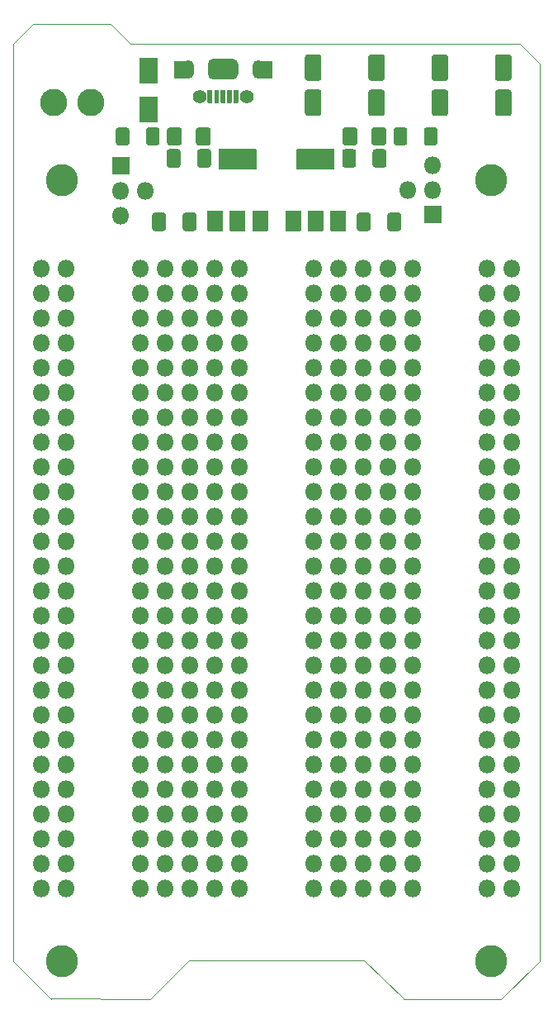
<source format=gbr>
%TF.GenerationSoftware,KiCad,Pcbnew,(5.1.7)-1*%
%TF.CreationDate,2021-03-20T22:52:39+01:00*%
%TF.ProjectId,MicroBBPS,4d696372-6f42-4425-9053-2e6b69636164,rev?*%
%TF.SameCoordinates,Original*%
%TF.FileFunction,Soldermask,Top*%
%TF.FilePolarity,Negative*%
%FSLAX46Y46*%
G04 Gerber Fmt 4.6, Leading zero omitted, Abs format (unit mm)*
G04 Created by KiCad (PCBNEW (5.1.7)-1) date 2021-03-20 22:52:39*
%MOMM*%
%LPD*%
G01*
G04 APERTURE LIST*
%TA.AperFunction,Profile*%
%ADD10C,0.050000*%
%TD*%
%ADD11C,0.120000*%
%ADD12C,0.100000*%
%ADD13O,1.800000X1.800000*%
%ADD14C,3.300000*%
%ADD15C,2.800000*%
%ADD16O,1.200000X1.900000*%
%ADD17C,1.390000*%
G04 APERTURE END LIST*
D10*
X12000000Y-2000000D02*
X10000000Y0D01*
X0Y-2000000D02*
X2000000Y0D01*
X0Y-96000000D02*
X0Y-2000000D01*
X3900000Y-99900000D02*
X0Y-96000000D01*
X14000000Y-99900000D02*
X3900000Y-99800000D01*
X18000000Y-95900000D02*
X14000000Y-99900000D01*
X36000000Y-95900000D02*
X18000000Y-95900000D01*
X40000000Y-99800000D02*
X36000000Y-95900000D01*
X50000000Y-99900000D02*
X40000000Y-99900000D01*
X54000000Y-96000000D02*
X50000000Y-99900000D01*
X54000000Y-4000000D02*
X54000000Y-96000000D01*
X52000000Y-2000000D02*
X54000000Y-4000000D01*
X12000000Y-2000000D02*
X52000000Y-2000000D01*
X2000000Y0D02*
X10000000Y0D01*
D11*
%TO.C,J2*%
X17900000Y-5450000D02*
X16500000Y-5450000D01*
D12*
G36*
X16500000Y-3750000D02*
G01*
X17900000Y-3750000D01*
X17900000Y-5450000D01*
X16500000Y-5450000D01*
X16500000Y-3750000D01*
G37*
X16500000Y-3750000D02*
X17900000Y-3750000D01*
X17900000Y-5450000D01*
X16500000Y-5450000D01*
X16500000Y-3750000D01*
D11*
X16500000Y-5450000D02*
X16500000Y-3750000D01*
X17900000Y-3750000D02*
X16500000Y-3750000D01*
D12*
G36*
X26500000Y-5450000D02*
G01*
X25100000Y-5450000D01*
X25100000Y-3750000D01*
X26500000Y-3750000D01*
X26500000Y-5450000D01*
G37*
X26500000Y-5450000D02*
X25100000Y-5450000D01*
X25100000Y-3750000D01*
X26500000Y-3750000D01*
X26500000Y-5450000D01*
D11*
X26500000Y-3750000D02*
X26500000Y-5450000D01*
X25100000Y-5450000D02*
X26500000Y-5450000D01*
X25100000Y-3750000D02*
X26500000Y-3750000D01*
%TD*%
D13*
%TO.C,J1*%
X33350000Y-88580000D03*
X48590000Y-88580000D03*
X38430000Y-88580000D03*
X35890000Y-88580000D03*
X30810000Y-88580000D03*
X40970000Y-88580000D03*
X5410000Y-88580000D03*
X2870000Y-88580000D03*
X51130000Y-88580000D03*
X23190000Y-88580000D03*
X13030000Y-88580000D03*
X15570000Y-88580000D03*
X20650000Y-88580000D03*
X18110000Y-88580000D03*
X33350000Y-86040000D03*
X48590000Y-86040000D03*
X38430000Y-86040000D03*
X35890000Y-86040000D03*
X30810000Y-86040000D03*
X40970000Y-86040000D03*
X5410000Y-86040000D03*
X2870000Y-86040000D03*
X51130000Y-86040000D03*
X23190000Y-86040000D03*
X13030000Y-86040000D03*
X15570000Y-86040000D03*
X20650000Y-86040000D03*
X18110000Y-86040000D03*
X33350000Y-83500000D03*
X48590000Y-83500000D03*
X38430000Y-83500000D03*
X35890000Y-83500000D03*
X30810000Y-83500000D03*
X40970000Y-83500000D03*
X5410000Y-83500000D03*
X2870000Y-83500000D03*
X51130000Y-83500000D03*
X23190000Y-83500000D03*
X13030000Y-83500000D03*
X15570000Y-83500000D03*
X20650000Y-83500000D03*
X18110000Y-83500000D03*
X33350000Y-80960000D03*
X48590000Y-80960000D03*
X38430000Y-80960000D03*
X35890000Y-80960000D03*
X30810000Y-80960000D03*
X40970000Y-80960000D03*
X5410000Y-80960000D03*
X2870000Y-80960000D03*
X51130000Y-80960000D03*
X23190000Y-80960000D03*
X13030000Y-80960000D03*
X15570000Y-80960000D03*
X20650000Y-80960000D03*
X18110000Y-80960000D03*
X33350000Y-78420000D03*
X48590000Y-78420000D03*
X38430000Y-78420000D03*
X35890000Y-78420000D03*
X30810000Y-78420000D03*
X40970000Y-78420000D03*
X5410000Y-78420000D03*
X2870000Y-78420000D03*
X51130000Y-78420000D03*
X23190000Y-78420000D03*
X13030000Y-78420000D03*
X15570000Y-78420000D03*
X20650000Y-78420000D03*
X18110000Y-78420000D03*
X33350000Y-75880000D03*
X48590000Y-75880000D03*
X38430000Y-75880000D03*
X35890000Y-75880000D03*
X30810000Y-75880000D03*
X40970000Y-75880000D03*
X5410000Y-75880000D03*
X2870000Y-75880000D03*
X51130000Y-75880000D03*
X23190000Y-75880000D03*
X13030000Y-75880000D03*
X15570000Y-75880000D03*
X20650000Y-75880000D03*
X18110000Y-75880000D03*
X33350000Y-73340000D03*
X48590000Y-73340000D03*
X38430000Y-73340000D03*
X35890000Y-73340000D03*
X30810000Y-73340000D03*
X40970000Y-73340000D03*
X5410000Y-73340000D03*
X2870000Y-73340000D03*
X51130000Y-73340000D03*
X23190000Y-73340000D03*
X13030000Y-73340000D03*
X15570000Y-73340000D03*
X20650000Y-73340000D03*
X18110000Y-73340000D03*
X33350000Y-70800000D03*
X48590000Y-70800000D03*
X38430000Y-70800000D03*
X35890000Y-70800000D03*
X30810000Y-70800000D03*
X40970000Y-70800000D03*
X5410000Y-70800000D03*
X2870000Y-70800000D03*
X51130000Y-70800000D03*
X23190000Y-70800000D03*
X13030000Y-70800000D03*
X15570000Y-70800000D03*
X20650000Y-70800000D03*
X18110000Y-70800000D03*
X33350000Y-68260000D03*
X48590000Y-68260000D03*
X38430000Y-68260000D03*
X35890000Y-68260000D03*
X30810000Y-68260000D03*
X40970000Y-68260000D03*
X5410000Y-68260000D03*
X2870000Y-68260000D03*
X51130000Y-68260000D03*
X23190000Y-68260000D03*
X13030000Y-68260000D03*
X15570000Y-68260000D03*
X20650000Y-68260000D03*
X18110000Y-68260000D03*
X33350000Y-65720000D03*
X48590000Y-65720000D03*
X38430000Y-65720000D03*
X35890000Y-65720000D03*
X30810000Y-65720000D03*
X40970000Y-65720000D03*
X5410000Y-65720000D03*
X2870000Y-65720000D03*
X51130000Y-65720000D03*
X23190000Y-65720000D03*
X13030000Y-65720000D03*
X15570000Y-65720000D03*
X20650000Y-65720000D03*
X18110000Y-65720000D03*
X33350000Y-63180000D03*
X48590000Y-63180000D03*
X38430000Y-63180000D03*
X35890000Y-63180000D03*
X30810000Y-63180000D03*
X40970000Y-63180000D03*
X5410000Y-63180000D03*
X2870000Y-63180000D03*
X51130000Y-63180000D03*
X23190000Y-63180000D03*
X13030000Y-63180000D03*
X15570000Y-63180000D03*
X20650000Y-63180000D03*
X18110000Y-63180000D03*
X33350000Y-60640000D03*
X48590000Y-60640000D03*
X38430000Y-60640000D03*
X35890000Y-60640000D03*
X30810000Y-60640000D03*
X40970000Y-60640000D03*
X5410000Y-60640000D03*
X2870000Y-60640000D03*
X51130000Y-60640000D03*
X23190000Y-60640000D03*
X13030000Y-60640000D03*
X15570000Y-60640000D03*
X20650000Y-60640000D03*
X18110000Y-60640000D03*
X33350000Y-58100000D03*
X48590000Y-58100000D03*
X38430000Y-58100000D03*
X35890000Y-58100000D03*
X30810000Y-58100000D03*
X40970000Y-58100000D03*
X5410000Y-58100000D03*
X2870000Y-58100000D03*
X51130000Y-58100000D03*
X23190000Y-58100000D03*
X13030000Y-58100000D03*
X15570000Y-58100000D03*
X20650000Y-58100000D03*
X18110000Y-58100000D03*
X33350000Y-55560000D03*
X48590000Y-55560000D03*
X38430000Y-55560000D03*
X35890000Y-55560000D03*
X30810000Y-55560000D03*
X40970000Y-55560000D03*
X5410000Y-55560000D03*
X2870000Y-55560000D03*
X51130000Y-55560000D03*
X23190000Y-55560000D03*
X13030000Y-55560000D03*
X15570000Y-55560000D03*
X20650000Y-55560000D03*
X18110000Y-55560000D03*
X33350000Y-53020000D03*
X48590000Y-53020000D03*
X38430000Y-53020000D03*
X35890000Y-53020000D03*
X30810000Y-53020000D03*
X40970000Y-53020000D03*
X5410000Y-53020000D03*
X2870000Y-53020000D03*
X51130000Y-53020000D03*
X23190000Y-53020000D03*
X13030000Y-53020000D03*
X15570000Y-53020000D03*
X20650000Y-53020000D03*
X18110000Y-53020000D03*
X33350000Y-50480000D03*
X48590000Y-50480000D03*
X38430000Y-50480000D03*
X35890000Y-50480000D03*
X30810000Y-50480000D03*
X40970000Y-50480000D03*
X5410000Y-50480000D03*
X2870000Y-50480000D03*
X51130000Y-50480000D03*
X23190000Y-50480000D03*
X13030000Y-50480000D03*
X15570000Y-50480000D03*
X20650000Y-50480000D03*
X18110000Y-50480000D03*
X33350000Y-47940000D03*
X48590000Y-47940000D03*
X38430000Y-47940000D03*
X35890000Y-47940000D03*
X30810000Y-47940000D03*
X40970000Y-47940000D03*
X5410000Y-47940000D03*
X2870000Y-47940000D03*
X51130000Y-47940000D03*
X23190000Y-47940000D03*
X13030000Y-47940000D03*
X15570000Y-47940000D03*
X20650000Y-47940000D03*
X18110000Y-47940000D03*
X33350000Y-45400000D03*
X48590000Y-45400000D03*
X38430000Y-45400000D03*
X35890000Y-45400000D03*
X30810000Y-45400000D03*
X40970000Y-45400000D03*
X5410000Y-45400000D03*
X2870000Y-45400000D03*
X51130000Y-45400000D03*
X23190000Y-45400000D03*
X13030000Y-45400000D03*
X15570000Y-45400000D03*
X20650000Y-45400000D03*
X18110000Y-45400000D03*
X33350000Y-42860000D03*
X48590000Y-42860000D03*
X38430000Y-42860000D03*
X35890000Y-42860000D03*
X30810000Y-42860000D03*
X40970000Y-42860000D03*
X5410000Y-42860000D03*
X2870000Y-42860000D03*
X51130000Y-42860000D03*
X23190000Y-42860000D03*
X13030000Y-42860000D03*
X15570000Y-42860000D03*
X20650000Y-42860000D03*
X18110000Y-42860000D03*
X33350000Y-40320000D03*
X48590000Y-40320000D03*
X38430000Y-40320000D03*
X35890000Y-40320000D03*
X30810000Y-40320000D03*
X40970000Y-40320000D03*
X5410000Y-40320000D03*
X2870000Y-40320000D03*
X51130000Y-40320000D03*
X23190000Y-40320000D03*
X13030000Y-40320000D03*
X15570000Y-40320000D03*
X20650000Y-40320000D03*
X18110000Y-40320000D03*
X33350000Y-37780000D03*
X48590000Y-37780000D03*
X38430000Y-37780000D03*
X35890000Y-37780000D03*
X30810000Y-37780000D03*
X40970000Y-37780000D03*
X5410000Y-37780000D03*
X2870000Y-37780000D03*
X51130000Y-37780000D03*
X23190000Y-37780000D03*
X13030000Y-37780000D03*
X15570000Y-37780000D03*
X20650000Y-37780000D03*
X18110000Y-37780000D03*
X33350000Y-25080000D03*
X48590000Y-25080000D03*
X38430000Y-25080000D03*
X35890000Y-25080000D03*
X30810000Y-25080000D03*
X40970000Y-25080000D03*
X5410000Y-25080000D03*
X2870000Y-25080000D03*
X51130000Y-25080000D03*
X23190000Y-25080000D03*
X13030000Y-25080000D03*
X15570000Y-25080000D03*
X20650000Y-25080000D03*
X18110000Y-25080000D03*
X33350000Y-27620000D03*
X48590000Y-27620000D03*
X38430000Y-27620000D03*
X35890000Y-27620000D03*
X30810000Y-27620000D03*
X40970000Y-27620000D03*
X5410000Y-27620000D03*
X2870000Y-27620000D03*
X51130000Y-27620000D03*
X23190000Y-27620000D03*
X13030000Y-27620000D03*
X15570000Y-27620000D03*
X20650000Y-27620000D03*
X18110000Y-27620000D03*
X33350000Y-30160000D03*
X48590000Y-30160000D03*
X38430000Y-30160000D03*
X35890000Y-30160000D03*
X30810000Y-30160000D03*
X40970000Y-30160000D03*
X5410000Y-30160000D03*
X2870000Y-30160000D03*
X51130000Y-30160000D03*
X23190000Y-30160000D03*
X13030000Y-30160000D03*
X15570000Y-30160000D03*
X20650000Y-30160000D03*
X18110000Y-30160000D03*
X33350000Y-32700000D03*
X48590000Y-32700000D03*
X38430000Y-32700000D03*
X35890000Y-32700000D03*
X30810000Y-32700000D03*
X40970000Y-32700000D03*
X5410000Y-32700000D03*
X2870000Y-32700000D03*
X51130000Y-32700000D03*
X23190000Y-32700000D03*
X13030000Y-32700000D03*
X15570000Y-32700000D03*
X20650000Y-32700000D03*
X18110000Y-32700000D03*
X33350000Y-35240000D03*
X48590000Y-35240000D03*
X38430000Y-35240000D03*
X35890000Y-35240000D03*
X30810000Y-35240000D03*
X40970000Y-35240000D03*
X5410000Y-35240000D03*
X2870000Y-35240000D03*
X51130000Y-35240000D03*
X23190000Y-35240000D03*
X13030000Y-35240000D03*
X15570000Y-35240000D03*
X20650000Y-35240000D03*
X18110000Y-35240000D03*
%TD*%
D14*
%TO.C,REF\u002A\u002A*%
X49000000Y-16000000D03*
%TD*%
%TO.C,REF\u002A\u002A*%
X5000000Y-16000000D03*
%TD*%
%TO.C,U3*%
G36*
G01*
X24900000Y-14900000D02*
X21100000Y-14900000D01*
G75*
G02*
X21050000Y-14850000I0J50000D01*
G01*
X21050000Y-12850000D01*
G75*
G02*
X21100000Y-12800000I50000J0D01*
G01*
X24900000Y-12800000D01*
G75*
G02*
X24950000Y-12850000I0J-50000D01*
G01*
X24950000Y-14850000D01*
G75*
G02*
X24900000Y-14900000I-50000J0D01*
G01*
G37*
G36*
G01*
X23750000Y-21200000D02*
X22250000Y-21200000D01*
G75*
G02*
X22200000Y-21150000I0J50000D01*
G01*
X22200000Y-19150000D01*
G75*
G02*
X22250000Y-19100000I50000J0D01*
G01*
X23750000Y-19100000D01*
G75*
G02*
X23800000Y-19150000I0J-50000D01*
G01*
X23800000Y-21150000D01*
G75*
G02*
X23750000Y-21200000I-50000J0D01*
G01*
G37*
G36*
G01*
X26050000Y-21200000D02*
X24550000Y-21200000D01*
G75*
G02*
X24500000Y-21150000I0J50000D01*
G01*
X24500000Y-19150000D01*
G75*
G02*
X24550000Y-19100000I50000J0D01*
G01*
X26050000Y-19100000D01*
G75*
G02*
X26100000Y-19150000I0J-50000D01*
G01*
X26100000Y-21150000D01*
G75*
G02*
X26050000Y-21200000I-50000J0D01*
G01*
G37*
G36*
G01*
X21450000Y-21200000D02*
X19950000Y-21200000D01*
G75*
G02*
X19900000Y-21150000I0J50000D01*
G01*
X19900000Y-19150000D01*
G75*
G02*
X19950000Y-19100000I50000J0D01*
G01*
X21450000Y-19100000D01*
G75*
G02*
X21500000Y-19150000I0J-50000D01*
G01*
X21500000Y-21150000D01*
G75*
G02*
X21450000Y-21200000I-50000J0D01*
G01*
G37*
%TD*%
%TO.C,U1*%
G36*
G01*
X32900000Y-14900000D02*
X29100000Y-14900000D01*
G75*
G02*
X29050000Y-14850000I0J50000D01*
G01*
X29050000Y-12850000D01*
G75*
G02*
X29100000Y-12800000I50000J0D01*
G01*
X32900000Y-12800000D01*
G75*
G02*
X32950000Y-12850000I0J-50000D01*
G01*
X32950000Y-14850000D01*
G75*
G02*
X32900000Y-14900000I-50000J0D01*
G01*
G37*
G36*
G01*
X31750000Y-21200000D02*
X30250000Y-21200000D01*
G75*
G02*
X30200000Y-21150000I0J50000D01*
G01*
X30200000Y-19150000D01*
G75*
G02*
X30250000Y-19100000I50000J0D01*
G01*
X31750000Y-19100000D01*
G75*
G02*
X31800000Y-19150000I0J-50000D01*
G01*
X31800000Y-21150000D01*
G75*
G02*
X31750000Y-21200000I-50000J0D01*
G01*
G37*
G36*
G01*
X34050000Y-21200000D02*
X32550000Y-21200000D01*
G75*
G02*
X32500000Y-21150000I0J50000D01*
G01*
X32500000Y-19150000D01*
G75*
G02*
X32550000Y-19100000I50000J0D01*
G01*
X34050000Y-19100000D01*
G75*
G02*
X34100000Y-19150000I0J-50000D01*
G01*
X34100000Y-21150000D01*
G75*
G02*
X34050000Y-21200000I-50000J0D01*
G01*
G37*
G36*
G01*
X29450000Y-21200000D02*
X27950000Y-21200000D01*
G75*
G02*
X27900000Y-21150000I0J50000D01*
G01*
X27900000Y-19150000D01*
G75*
G02*
X27950000Y-19100000I50000J0D01*
G01*
X29450000Y-19100000D01*
G75*
G02*
X29500000Y-19150000I0J-50000D01*
G01*
X29500000Y-21150000D01*
G75*
G02*
X29450000Y-21200000I-50000J0D01*
G01*
G37*
%TD*%
%TO.C,R2*%
G36*
G01*
X15000000Y-10844230D02*
X15000000Y-12155770D01*
G75*
G02*
X14730770Y-12425000I-269230J0D01*
G01*
X13869230Y-12425000D01*
G75*
G02*
X13600000Y-12155770I0J269230D01*
G01*
X13600000Y-10844230D01*
G75*
G02*
X13869230Y-10575000I269230J0D01*
G01*
X14730770Y-10575000D01*
G75*
G02*
X15000000Y-10844230I0J-269230D01*
G01*
G37*
G36*
G01*
X11900000Y-10844230D02*
X11900000Y-12155770D01*
G75*
G02*
X11630770Y-12425000I-269230J0D01*
G01*
X10769230Y-12425000D01*
G75*
G02*
X10500000Y-12155770I0J269230D01*
G01*
X10500000Y-10844230D01*
G75*
G02*
X10769230Y-10575000I269230J0D01*
G01*
X11630770Y-10575000D01*
G75*
G02*
X11900000Y-10844230I0J-269230D01*
G01*
G37*
%TD*%
%TO.C,R1*%
G36*
G01*
X39000000Y-12155770D02*
X39000000Y-10844230D01*
G75*
G02*
X39269230Y-10575000I269230J0D01*
G01*
X40130770Y-10575000D01*
G75*
G02*
X40400000Y-10844230I0J-269230D01*
G01*
X40400000Y-12155770D01*
G75*
G02*
X40130770Y-12425000I-269230J0D01*
G01*
X39269230Y-12425000D01*
G75*
G02*
X39000000Y-12155770I0J269230D01*
G01*
G37*
G36*
G01*
X42100000Y-12155770D02*
X42100000Y-10844230D01*
G75*
G02*
X42369230Y-10575000I269230J0D01*
G01*
X43230770Y-10575000D01*
G75*
G02*
X43500000Y-10844230I0J-269230D01*
G01*
X43500000Y-12155770D01*
G75*
G02*
X43230770Y-12425000I-269230J0D01*
G01*
X42369230Y-12425000D01*
G75*
G02*
X42100000Y-12155770I0J269230D01*
G01*
G37*
%TD*%
%TO.C,J9*%
G36*
G01*
X10100000Y-15350000D02*
X10100000Y-13650000D01*
G75*
G02*
X10150000Y-13600000I50000J0D01*
G01*
X11850000Y-13600000D01*
G75*
G02*
X11900000Y-13650000I0J-50000D01*
G01*
X11900000Y-15350000D01*
G75*
G02*
X11850000Y-15400000I-50000J0D01*
G01*
X10150000Y-15400000D01*
G75*
G02*
X10100000Y-15350000I0J50000D01*
G01*
G37*
D13*
X11000000Y-17040000D03*
X13540000Y-17040000D03*
X11000000Y-19580000D03*
%TD*%
%TO.C,J8*%
G36*
G01*
X43900000Y-18650000D02*
X43900000Y-20350000D01*
G75*
G02*
X43850000Y-20400000I-50000J0D01*
G01*
X42150000Y-20400000D01*
G75*
G02*
X42100000Y-20350000I0J50000D01*
G01*
X42100000Y-18650000D01*
G75*
G02*
X42150000Y-18600000I50000J0D01*
G01*
X43850000Y-18600000D01*
G75*
G02*
X43900000Y-18650000I0J-50000D01*
G01*
G37*
X43000000Y-16960000D03*
X40460000Y-16960000D03*
X43000000Y-14420000D03*
%TD*%
D15*
%TO.C,J5*%
X7905000Y-8000000D03*
X4095000Y-8000000D03*
%TD*%
D16*
%TO.C,J2*%
X17900000Y-4600000D03*
G36*
G01*
X23050000Y-4075000D02*
X23050000Y-5125000D01*
G75*
G02*
X22525000Y-5650000I-525000J0D01*
G01*
X20475000Y-5650000D01*
G75*
G02*
X19950000Y-5125000I0J525000D01*
G01*
X19950000Y-4075000D01*
G75*
G02*
X20475000Y-3550000I525000J0D01*
G01*
X22525000Y-3550000D01*
G75*
G02*
X23050000Y-4075000I0J-525000D01*
G01*
G37*
G36*
G01*
X19900000Y-8025000D02*
X19900000Y-6775000D01*
G75*
G02*
X19950000Y-6725000I50000J0D01*
G01*
X20350000Y-6725000D01*
G75*
G02*
X20400000Y-6775000I0J-50000D01*
G01*
X20400000Y-8025000D01*
G75*
G02*
X20350000Y-8075000I-50000J0D01*
G01*
X19950000Y-8075000D01*
G75*
G02*
X19900000Y-8025000I0J50000D01*
G01*
G37*
G36*
G01*
X20600000Y-8025000D02*
X20600000Y-6775000D01*
G75*
G02*
X20650000Y-6725000I50000J0D01*
G01*
X21050000Y-6725000D01*
G75*
G02*
X21100000Y-6775000I0J-50000D01*
G01*
X21100000Y-8025000D01*
G75*
G02*
X21050000Y-8075000I-50000J0D01*
G01*
X20650000Y-8075000D01*
G75*
G02*
X20600000Y-8025000I0J50000D01*
G01*
G37*
G36*
G01*
X21250000Y-8025000D02*
X21250000Y-6775000D01*
G75*
G02*
X21300000Y-6725000I50000J0D01*
G01*
X21700000Y-6725000D01*
G75*
G02*
X21750000Y-6775000I0J-50000D01*
G01*
X21750000Y-8025000D01*
G75*
G02*
X21700000Y-8075000I-50000J0D01*
G01*
X21300000Y-8075000D01*
G75*
G02*
X21250000Y-8025000I0J50000D01*
G01*
G37*
G36*
G01*
X21900000Y-8025000D02*
X21900000Y-6775000D01*
G75*
G02*
X21950000Y-6725000I50000J0D01*
G01*
X22350000Y-6725000D01*
G75*
G02*
X22400000Y-6775000I0J-50000D01*
G01*
X22400000Y-8025000D01*
G75*
G02*
X22350000Y-8075000I-50000J0D01*
G01*
X21950000Y-8075000D01*
G75*
G02*
X21900000Y-8025000I0J50000D01*
G01*
G37*
G36*
G01*
X22550000Y-8025000D02*
X22550000Y-6775000D01*
G75*
G02*
X22600000Y-6725000I50000J0D01*
G01*
X23000000Y-6725000D01*
G75*
G02*
X23050000Y-6775000I0J-50000D01*
G01*
X23050000Y-8025000D01*
G75*
G02*
X23000000Y-8075000I-50000J0D01*
G01*
X22600000Y-8075000D01*
G75*
G02*
X22550000Y-8025000I0J50000D01*
G01*
G37*
D17*
X19075000Y-7400000D03*
X23925000Y-7400000D03*
D16*
X17900000Y-4600000D03*
X25100000Y-4600000D03*
%TD*%
%TO.C,D3*%
G36*
G01*
X38250000Y-10842543D02*
X38250000Y-12157457D01*
G75*
G02*
X37982457Y-12425000I-267543J0D01*
G01*
X36992543Y-12425000D01*
G75*
G02*
X36725000Y-12157457I0J267543D01*
G01*
X36725000Y-10842543D01*
G75*
G02*
X36992543Y-10575000I267543J0D01*
G01*
X37982457Y-10575000D01*
G75*
G02*
X38250000Y-10842543I0J-267543D01*
G01*
G37*
G36*
G01*
X35275000Y-10842543D02*
X35275000Y-12157457D01*
G75*
G02*
X35007457Y-12425000I-267543J0D01*
G01*
X34017543Y-12425000D01*
G75*
G02*
X33750000Y-12157457I0J267543D01*
G01*
X33750000Y-10842543D01*
G75*
G02*
X34017543Y-10575000I267543J0D01*
G01*
X35007457Y-10575000D01*
G75*
G02*
X35275000Y-10842543I0J-267543D01*
G01*
G37*
%TD*%
%TO.C,D2*%
G36*
G01*
X14750000Y-6050000D02*
X12950000Y-6050000D01*
G75*
G02*
X12900000Y-6000000I0J50000D01*
G01*
X12900000Y-3500000D01*
G75*
G02*
X12950000Y-3450000I50000J0D01*
G01*
X14750000Y-3450000D01*
G75*
G02*
X14800000Y-3500000I0J-50000D01*
G01*
X14800000Y-6000000D01*
G75*
G02*
X14750000Y-6050000I-50000J0D01*
G01*
G37*
G36*
G01*
X14750000Y-10050000D02*
X12950000Y-10050000D01*
G75*
G02*
X12900000Y-10000000I0J50000D01*
G01*
X12900000Y-7500000D01*
G75*
G02*
X12950000Y-7450000I50000J0D01*
G01*
X14750000Y-7450000D01*
G75*
G02*
X14800000Y-7500000I0J-50000D01*
G01*
X14800000Y-10000000D01*
G75*
G02*
X14750000Y-10050000I-50000J0D01*
G01*
G37*
%TD*%
%TO.C,D1*%
G36*
G01*
X15750000Y-12157457D02*
X15750000Y-10842543D01*
G75*
G02*
X16017543Y-10575000I267543J0D01*
G01*
X17007457Y-10575000D01*
G75*
G02*
X17275000Y-10842543I0J-267543D01*
G01*
X17275000Y-12157457D01*
G75*
G02*
X17007457Y-12425000I-267543J0D01*
G01*
X16017543Y-12425000D01*
G75*
G02*
X15750000Y-12157457I0J267543D01*
G01*
G37*
G36*
G01*
X18725000Y-12157457D02*
X18725000Y-10842543D01*
G75*
G02*
X18992543Y-10575000I267543J0D01*
G01*
X19982457Y-10575000D01*
G75*
G02*
X20250000Y-10842543I0J-267543D01*
G01*
X20250000Y-12157457D01*
G75*
G02*
X19982457Y-12425000I-267543J0D01*
G01*
X18992543Y-12425000D01*
G75*
G02*
X18725000Y-12157457I0J267543D01*
G01*
G37*
%TD*%
%TO.C,C8*%
G36*
G01*
X31334375Y-9400000D02*
X30165625Y-9400000D01*
G75*
G02*
X29900000Y-9134375I0J265625D01*
G01*
X29900000Y-6965625D01*
G75*
G02*
X30165625Y-6700000I265625J0D01*
G01*
X31334375Y-6700000D01*
G75*
G02*
X31600000Y-6965625I0J-265625D01*
G01*
X31600000Y-9134375D01*
G75*
G02*
X31334375Y-9400000I-265625J0D01*
G01*
G37*
G36*
G01*
X31334375Y-5800000D02*
X30165625Y-5800000D01*
G75*
G02*
X29900000Y-5534375I0J265625D01*
G01*
X29900000Y-3365625D01*
G75*
G02*
X30165625Y-3100000I265625J0D01*
G01*
X31334375Y-3100000D01*
G75*
G02*
X31600000Y-3365625I0J-265625D01*
G01*
X31600000Y-5534375D01*
G75*
G02*
X31334375Y-5800000I-265625J0D01*
G01*
G37*
%TD*%
%TO.C,C7*%
G36*
G01*
X37834375Y-9400000D02*
X36665625Y-9400000D01*
G75*
G02*
X36400000Y-9134375I0J265625D01*
G01*
X36400000Y-6965625D01*
G75*
G02*
X36665625Y-6700000I265625J0D01*
G01*
X37834375Y-6700000D01*
G75*
G02*
X38100000Y-6965625I0J-265625D01*
G01*
X38100000Y-9134375D01*
G75*
G02*
X37834375Y-9400000I-265625J0D01*
G01*
G37*
G36*
G01*
X37834375Y-5800000D02*
X36665625Y-5800000D01*
G75*
G02*
X36400000Y-5534375I0J265625D01*
G01*
X36400000Y-3365625D01*
G75*
G02*
X36665625Y-3100000I265625J0D01*
G01*
X37834375Y-3100000D01*
G75*
G02*
X38100000Y-3365625I0J-265625D01*
G01*
X38100000Y-5534375D01*
G75*
G02*
X37834375Y-5800000I-265625J0D01*
G01*
G37*
%TD*%
%TO.C,C6*%
G36*
G01*
X44334375Y-9400000D02*
X43165625Y-9400000D01*
G75*
G02*
X42900000Y-9134375I0J265625D01*
G01*
X42900000Y-6965625D01*
G75*
G02*
X43165625Y-6700000I265625J0D01*
G01*
X44334375Y-6700000D01*
G75*
G02*
X44600000Y-6965625I0J-265625D01*
G01*
X44600000Y-9134375D01*
G75*
G02*
X44334375Y-9400000I-265625J0D01*
G01*
G37*
G36*
G01*
X44334375Y-5800000D02*
X43165625Y-5800000D01*
G75*
G02*
X42900000Y-5534375I0J265625D01*
G01*
X42900000Y-3365625D01*
G75*
G02*
X43165625Y-3100000I265625J0D01*
G01*
X44334375Y-3100000D01*
G75*
G02*
X44600000Y-3365625I0J-265625D01*
G01*
X44600000Y-5534375D01*
G75*
G02*
X44334375Y-5800000I-265625J0D01*
G01*
G37*
%TD*%
%TO.C,C5*%
G36*
G01*
X50834375Y-9400000D02*
X49665625Y-9400000D01*
G75*
G02*
X49400000Y-9134375I0J265625D01*
G01*
X49400000Y-6965625D01*
G75*
G02*
X49665625Y-6700000I265625J0D01*
G01*
X50834375Y-6700000D01*
G75*
G02*
X51100000Y-6965625I0J-265625D01*
G01*
X51100000Y-9134375D01*
G75*
G02*
X50834375Y-9400000I-265625J0D01*
G01*
G37*
G36*
G01*
X50834375Y-5800000D02*
X49665625Y-5800000D01*
G75*
G02*
X49400000Y-5534375I0J265625D01*
G01*
X49400000Y-3365625D01*
G75*
G02*
X49665625Y-3100000I265625J0D01*
G01*
X50834375Y-3100000D01*
G75*
G02*
X51100000Y-3365625I0J-265625D01*
G01*
X51100000Y-5534375D01*
G75*
G02*
X50834375Y-5800000I-265625J0D01*
G01*
G37*
%TD*%
%TO.C,C4*%
G36*
G01*
X20275000Y-13068866D02*
X20275000Y-14431134D01*
G75*
G02*
X20006134Y-14700000I-268866J0D01*
G01*
X19118866Y-14700000D01*
G75*
G02*
X18850000Y-14431134I0J268866D01*
G01*
X18850000Y-13068866D01*
G75*
G02*
X19118866Y-12800000I268866J0D01*
G01*
X20006134Y-12800000D01*
G75*
G02*
X20275000Y-13068866I0J-268866D01*
G01*
G37*
G36*
G01*
X17150000Y-13068866D02*
X17150000Y-14431134D01*
G75*
G02*
X16881134Y-14700000I-268866J0D01*
G01*
X15993866Y-14700000D01*
G75*
G02*
X15725000Y-14431134I0J268866D01*
G01*
X15725000Y-13068866D01*
G75*
G02*
X15993866Y-12800000I268866J0D01*
G01*
X16881134Y-12800000D01*
G75*
G02*
X17150000Y-13068866I0J-268866D01*
G01*
G37*
%TD*%
%TO.C,C3*%
G36*
G01*
X35225000Y-20931134D02*
X35225000Y-19568866D01*
G75*
G02*
X35493866Y-19300000I268866J0D01*
G01*
X36381134Y-19300000D01*
G75*
G02*
X36650000Y-19568866I0J-268866D01*
G01*
X36650000Y-20931134D01*
G75*
G02*
X36381134Y-21200000I-268866J0D01*
G01*
X35493866Y-21200000D01*
G75*
G02*
X35225000Y-20931134I0J268866D01*
G01*
G37*
G36*
G01*
X38350000Y-20931134D02*
X38350000Y-19568866D01*
G75*
G02*
X38618866Y-19300000I268866J0D01*
G01*
X39506134Y-19300000D01*
G75*
G02*
X39775000Y-19568866I0J-268866D01*
G01*
X39775000Y-20931134D01*
G75*
G02*
X39506134Y-21200000I-268866J0D01*
G01*
X38618866Y-21200000D01*
G75*
G02*
X38350000Y-20931134I0J268866D01*
G01*
G37*
%TD*%
%TO.C,C2*%
G36*
G01*
X33725000Y-14431134D02*
X33725000Y-13068866D01*
G75*
G02*
X33993866Y-12800000I268866J0D01*
G01*
X34881134Y-12800000D01*
G75*
G02*
X35150000Y-13068866I0J-268866D01*
G01*
X35150000Y-14431134D01*
G75*
G02*
X34881134Y-14700000I-268866J0D01*
G01*
X33993866Y-14700000D01*
G75*
G02*
X33725000Y-14431134I0J268866D01*
G01*
G37*
G36*
G01*
X36850000Y-14431134D02*
X36850000Y-13068866D01*
G75*
G02*
X37118866Y-12800000I268866J0D01*
G01*
X38006134Y-12800000D01*
G75*
G02*
X38275000Y-13068866I0J-268866D01*
G01*
X38275000Y-14431134D01*
G75*
G02*
X38006134Y-14700000I-268866J0D01*
G01*
X37118866Y-14700000D01*
G75*
G02*
X36850000Y-14431134I0J268866D01*
G01*
G37*
%TD*%
%TO.C,C1*%
G36*
G01*
X18775000Y-19568866D02*
X18775000Y-20931134D01*
G75*
G02*
X18506134Y-21200000I-268866J0D01*
G01*
X17618866Y-21200000D01*
G75*
G02*
X17350000Y-20931134I0J268866D01*
G01*
X17350000Y-19568866D01*
G75*
G02*
X17618866Y-19300000I268866J0D01*
G01*
X18506134Y-19300000D01*
G75*
G02*
X18775000Y-19568866I0J-268866D01*
G01*
G37*
G36*
G01*
X15650000Y-19568866D02*
X15650000Y-20931134D01*
G75*
G02*
X15381134Y-21200000I-268866J0D01*
G01*
X14493866Y-21200000D01*
G75*
G02*
X14225000Y-20931134I0J268866D01*
G01*
X14225000Y-19568866D01*
G75*
G02*
X14493866Y-19300000I268866J0D01*
G01*
X15381134Y-19300000D01*
G75*
G02*
X15650000Y-19568866I0J-268866D01*
G01*
G37*
%TD*%
D14*
%TO.C,REF\u002A\u002A*%
X5000000Y-96000000D03*
%TD*%
%TO.C,REF\u002A\u002A*%
X49000000Y-96000000D03*
%TD*%
M02*

</source>
